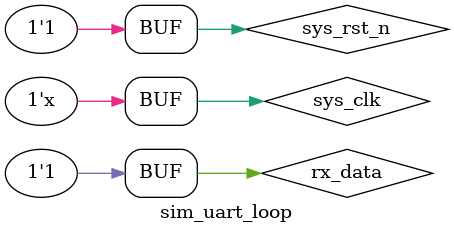
<source format=v>
`timescale 1ns / 1ps
module sim_uart_loop();

reg sys_clk;
reg sys_rst_n;
reg rx_data;
wire tx_data;


initial begin
    sys_clk <= 1'b0;
    sys_rst_n <= 1'b0;
    rx_data <= 1;
    #2000
    sys_rst_n <= 1'b1;
    #200
    rx_data <= 0;
    #2170
    rx_data <= 0;
    #2170
    rx_data <= 1;
    #2170
    rx_data <= 0;
    #2170
    rx_data <= 1;
    #2170
    rx_data <= 0;
    #2170
    rx_data <= 1;
    #2170
    rx_data <= 0;
    #2170
    rx_data <= 1;
    #2170
    rx_data <= 1;
    
    #2170
    rx_data <= 0;
    #2170
    rx_data <= 1;
    #2170
    rx_data <= 0;
    #2170
    rx_data <= 1;
    #2170
    rx_data <= 0;
    #2170
    rx_data <= 1;
    #2170
    rx_data <= 0;
    #2170
    rx_data <= 1;
    #2170
    rx_data <= 0;
    #2170
    rx_data <= 1;
    
end

always # 5 sys_clk = ~sys_clk; 

uart_try_main my_uart_try_main(
    .sys_clk      (sys_clk  ),
    .sys_rst_n    (sys_rst_n),
    .rx_data      (rx_data  ),
    .tx_data      (tx_data  )
);

endmodule
</source>
